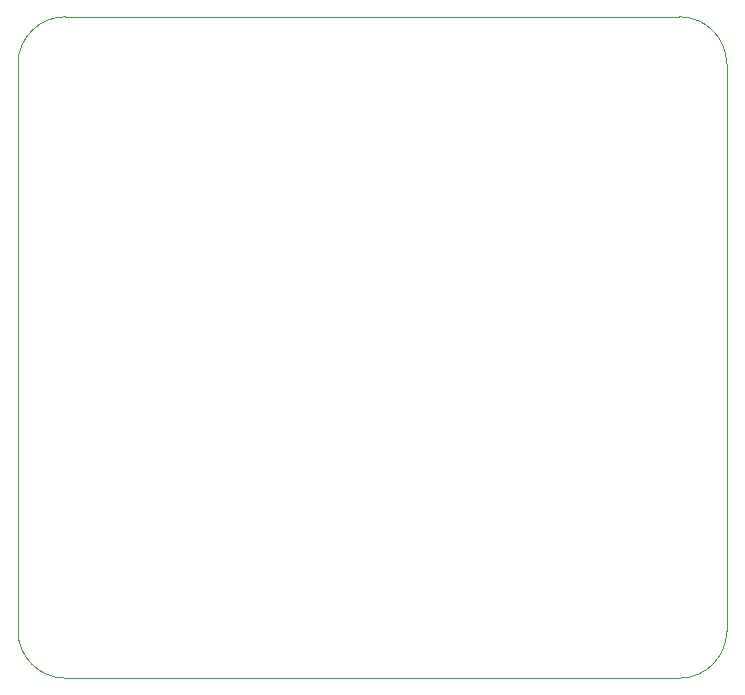
<source format=gbr>
%TF.GenerationSoftware,KiCad,Pcbnew,5.1.9-73d0e3b20d~88~ubuntu20.04.1*%
%TF.CreationDate,2021-04-29T21:08:44+02:00*%
%TF.ProjectId,gamearino,67616d65-6172-4696-9e6f-2e6b69636164,v0.0.1*%
%TF.SameCoordinates,PX5f5e100PY5f5e100*%
%TF.FileFunction,Profile,NP*%
%FSLAX46Y46*%
G04 Gerber Fmt 4.6, Leading zero omitted, Abs format (unit mm)*
G04 Created by KiCad (PCBNEW 5.1.9-73d0e3b20d~88~ubuntu20.04.1) date 2021-04-29 21:08:44*
%MOMM*%
%LPD*%
G01*
G04 APERTURE LIST*
%TA.AperFunction,Profile*%
%ADD10C,0.050000*%
%TD*%
G04 APERTURE END LIST*
D10*
X4000000Y0D02*
G75*
G02*
X0Y4000000I0J4000000D01*
G01*
X0Y52000000D02*
G75*
G02*
X4000000Y56000000I4000000J0D01*
G01*
X56000000Y56000000D02*
G75*
G02*
X60000000Y52000000I0J-4000000D01*
G01*
X60000000Y4000000D02*
G75*
G02*
X56000000Y0I-4000000J0D01*
G01*
X60000000Y4000000D02*
X60000000Y52000000D01*
X4000000Y0D02*
X56000000Y0D01*
X0Y52000000D02*
X0Y4000000D01*
X56000000Y56000000D02*
X4000000Y56000000D01*
M02*

</source>
